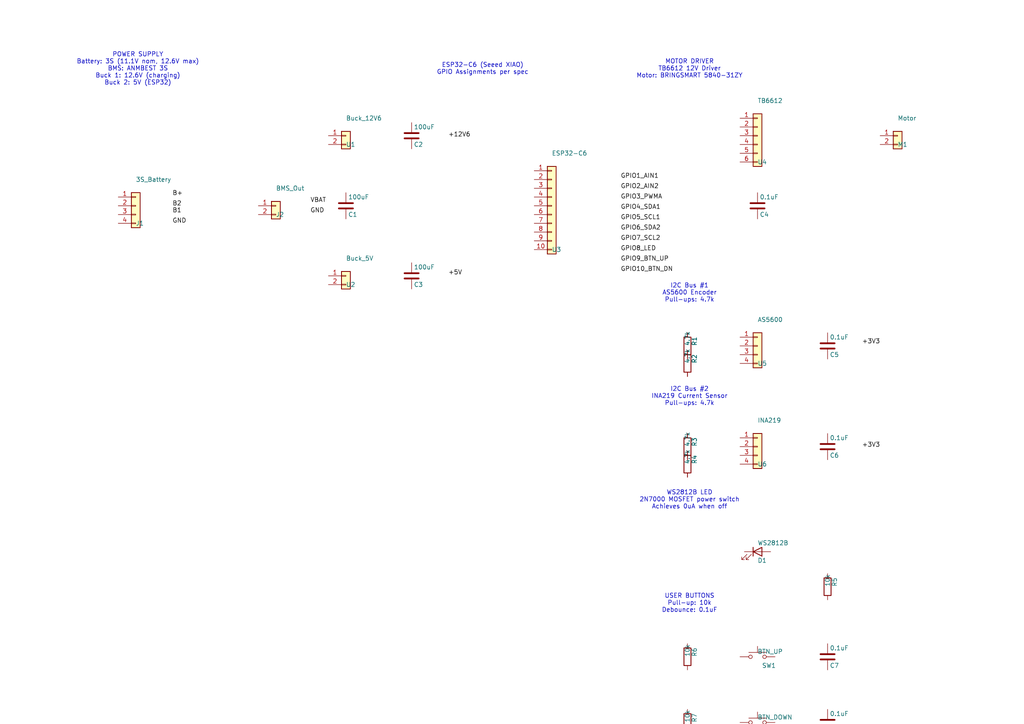
<source format=kicad_sch>
(kicad_sch (version 20250114) (generator "eeschema") (generator_version "9.0")
  (paper "A4")
  (title_block (title "motorized-blinds-complete"))
  (lib_symbols
    (symbol "Connector_Generic:Conn_01x04" (pin_names (offset 1.016) (hide yes))
      (property "Reference" "J" (at 0 5.08 0))
      (property "Value" "Conn_01x04" (at 0 -7.62 0))
      (symbol "Conn_01x04_1_1"
        (rectangle (start -1.27 3.81) (end 1.27 -6.35) (stroke (width 0.254)) (fill (type background)))
        (rectangle (start -1.27 2.667) (end 0 2.413) (stroke (width 0.1524)))
        (rectangle (start -1.27 0.127) (end 0 -0.127) (stroke (width 0.1524)))
        (rectangle (start -1.27 -2.413) (end 0 -2.667) (stroke (width 0.1524)))
        (rectangle (start -1.27 -4.953) (end 0 -5.207) (stroke (width 0.1524)))
        (pin passive line (at -5.08 2.54 0) (length 3.81) (name "Pin_1") (number "1"))
        (pin passive line (at -5.08 0 0) (length 3.81) (name "Pin_2") (number "2"))
        (pin passive line (at -5.08 -2.54 0) (length 3.81) (name "Pin_3") (number "3"))
        (pin passive line (at -5.08 -5.08 0) (length 3.81) (name "Pin_4") (number "4"))
      )
    )
    (symbol "Connector_Generic:Conn_01x02" (pin_names (offset 1.016) (hide yes))
      (property "Reference" "J" (at 0 2.54 0))
      (property "Value" "Conn_01x02" (at 0 -5.08 0))
      (symbol "Conn_01x02_1_1"
        (rectangle (start -1.27 1.27) (end 1.27 -3.81) (stroke (width 0.254)) (fill (type background)))
        (rectangle (start -1.27 0.127) (end 0 -0.127) (stroke (width 0.1524)))
        (rectangle (start -1.27 -2.413) (end 0 -2.667) (stroke (width 0.1524)))
        (pin passive line (at -5.08 0 0) (length 3.81) (name "Pin_1") (number "1"))
        (pin passive line (at -5.08 -2.54 0) (length 3.81) (name "Pin_2") (number "2"))
      )
    )
    (symbol "Device:C" (pin_numbers (hide yes)) (pin_names (offset 0.254))
      (property "Reference" "C" (at 0.635 2.54 0))
      (property "Value" "C" (at 0.635 -2.54 0))
      (symbol "C_0_1"
        (polyline (pts (xy -2.032 0.762) (xy 2.032 0.762)) (stroke (width 0.508)))
        (polyline (pts (xy -2.032 -0.762) (xy 2.032 -0.762)) (stroke (width 0.508)))
      )
      (symbol "C_1_1"
        (pin passive line (at 0 3.81 270) (length 2.794) (name "~") (number "1"))
        (pin passive line (at 0 -3.81 90) (length 2.794) (name "~") (number "2"))
      )
    )
    (symbol "Connector_Generic:Conn_01x10" (pin_names (offset 1.016) (hide yes))
      (property "Reference" "J" (at 0 12.7 0))
      (property "Value" "Conn_01x10" (at 0 -15.24 0))
      (symbol "Conn_01x10_1_1"
        (rectangle (start -1.27 11.43) (end 1.27 -13.97) (stroke (width 0.254)) (fill (type background)))
        (rectangle (start -1.27 10.287) (end 0 10.033) (stroke (width 0.1524)))
        (rectangle (start -1.27 7.747) (end 0 7.493) (stroke (width 0.1524)))
        (rectangle (start -1.27 5.207) (end 0 4.953) (stroke (width 0.1524)))
        (rectangle (start -1.27 2.667) (end 0 2.413) (stroke (width 0.1524)))
        (rectangle (start -1.27 0.127) (end 0 -0.127) (stroke (width 0.1524)))
        (rectangle (start -1.27 -2.413) (end 0 -2.667) (stroke (width 0.1524)))
        (rectangle (start -1.27 -4.953) (end 0 -5.207) (stroke (width 0.1524)))
        (rectangle (start -1.27 -7.493) (end 0 -7.747) (stroke (width 0.1524)))
        (rectangle (start -1.27 -10.033) (end 0 -10.287) (stroke (width 0.1524)))
        (rectangle (start -1.27 -12.573) (end 0 -12.827) (stroke (width 0.1524)))
        (pin passive line (at -5.08 10.16 0) (length 3.81) (name "Pin_1") (number "1"))
        (pin passive line (at -5.08 7.62 0) (length 3.81) (name "Pin_2") (number "2"))
        (pin passive line (at -5.08 5.08 0) (length 3.81) (name "Pin_3") (number "3"))
        (pin passive line (at -5.08 2.54 0) (length 3.81) (name "Pin_4") (number "4"))
        (pin passive line (at -5.08 0 0) (length 3.81) (name "Pin_5") (number "5"))
        (pin passive line (at -5.08 -2.54 0) (length 3.81) (name "Pin_6") (number "6"))
        (pin passive line (at -5.08 -5.08 0) (length 3.81) (name "Pin_7") (number "7"))
        (pin passive line (at -5.08 -7.62 0) (length 3.81) (name "Pin_8") (number "8"))
        (pin passive line (at -5.08 -10.16 0) (length 3.81) (name "Pin_9") (number "9"))
        (pin passive line (at -5.08 -12.7 0) (length 3.81) (name "Pin_10") (number "10"))
      )
    )
    (symbol "Connector_Generic:Conn_01x06" (pin_names (offset 1.016) (hide yes))
      (property "Reference" "J" (at 0 7.62 0))
      (property "Value" "Conn_01x06" (at 0 -10.16 0))
      (symbol "Conn_01x06_1_1"
        (rectangle (start -1.27 6.35) (end 1.27 -8.89) (stroke (width 0.254)) (fill (type background)))
        (rectangle (start -1.27 5.207) (end 0 4.953) (stroke (width 0.1524)))
        (rectangle (start -1.27 2.667) (end 0 2.413) (stroke (width 0.1524)))
        (rectangle (start -1.27 0.127) (end 0 -0.127) (stroke (width 0.1524)))
        (rectangle (start -1.27 -2.413) (end 0 -2.667) (stroke (width 0.1524)))
        (rectangle (start -1.27 -4.953) (end 0 -5.207) (stroke (width 0.1524)))
        (rectangle (start -1.27 -7.493) (end 0 -7.747) (stroke (width 0.1524)))
        (pin passive line (at -5.08 5.08 0) (length 3.81) (name "Pin_1") (number "1"))
        (pin passive line (at -5.08 2.54 0) (length 3.81) (name "Pin_2") (number "2"))
        (pin passive line (at -5.08 0 0) (length 3.81) (name "Pin_3") (number "3"))
        (pin passive line (at -5.08 -2.54 0) (length 3.81) (name "Pin_4") (number "4"))
        (pin passive line (at -5.08 -5.08 0) (length 3.81) (name "Pin_5") (number "5"))
        (pin passive line (at -5.08 -7.62 0) (length 3.81) (name "Pin_6") (number "6"))
      )
    )
    (symbol "Device:R" (pin_numbers (hide yes)) (pin_names (offset 0))
      (property "Reference" "R" (at 2.032 0 90))
      (property "Value" "R" (at 0 0 90))
      (symbol "R_0_1"
        (rectangle (start -1.016 -2.54) (end 1.016 2.54) (stroke (width 0.254)))
      )
      (symbol "R_1_1"
        (pin passive line (at 0 3.81 270) (length 1.27) (name "~") (number "1"))
        (pin passive line (at 0 -3.81 90) (length 1.27) (name "~") (number "2"))
      )
    )
    (symbol "Device:LED" (pin_numbers (hide yes)) (pin_names (offset 1.016) (hide yes))
      (property "Reference" "D" (at 0 2.54 0))
      (property "Value" "LED" (at 0 -2.54 0))
      (symbol "LED_0_1"
        (polyline (pts (xy -3.048 -0.762) (xy -4.572 -2.286) (xy -3.81 -2.286) (xy -4.572 -2.286) (xy -4.572 -1.524)))
        (polyline (pts (xy -1.778 -0.762) (xy -3.302 -2.286) (xy -2.54 -2.286) (xy -3.302 -2.286) (xy -3.302 -1.524)))
        (polyline (pts (xy -1.27 0) (xy 1.27 0)))
        (polyline (pts (xy -1.27 -1.27) (xy -1.27 1.27)) (stroke (width 0.254)))
        (polyline (pts (xy 1.27 -1.27) (xy 1.27 1.27) (xy -1.27 0) (xy 1.27 -1.27)) (stroke (width 0.254)))
      )
      (symbol "LED_1_1"
        (pin passive line (at -3.81 0 0) (length 2.54) (name "K") (number "1"))
        (pin passive line (at 3.81 0 180) (length 2.54) (name "A") (number "2"))
      )
    )
    (symbol "Switch:SW_Push" (pin_numbers (hide yes)) (pin_names (offset 1.016) (hide yes))
      (property "Reference" "SW" (at 1.27 2.54 0))
      (property "Value" "SW_Push" (at 0 -1.524 0))
      (symbol "SW_Push_0_1"
        (circle (center -2.032 0) (radius 0.508))
        (polyline (pts (xy 0 1.27) (xy 0 3.048)))
        (circle (center 2.032 0) (radius 0.508))
        (polyline (pts (xy 2.54 1.27) (xy -2.54 1.27)))
        (pin passive line (at -5.08 0 0) (length 2.54) (name "1") (number "1"))
        (pin passive line (at 5.08 0 180) (length 2.54) (name "2") (number "2"))
      )
    )
  )
  (symbol (lib_id "Connector_Generic:Conn_01x04") (at 39.37 59.69 0) (unit 1)
    (property "Reference" "J1" (at 39.37 64.77 0.0000) (effects (justify left)))
    (property "Value" "3S_Battery" (at 39.37 52.07 0.0000) (effects (justify left)))
  )
  (symbol (lib_id "Connector_Generic:Conn_01x02") (at 80.01 59.69 0) (unit 1)
    (property "Reference" "J2" (at 80.01 62.23 0.0000) (effects (justify left)))
    (property "Value" "BMS_Out" (at 80.01 54.61 0.0000) (effects (justify left)))
  )
  (symbol (lib_id "Device:C") (at 100.33 59.69 0) (unit 1)
    (property "Reference" "C1" (at 100.965 62.23 0.0000) (effects (justify left)))
    (property "Value" "100uF" (at 100.965 57.15 0.0000) (effects (justify left)))
  )
  (symbol (lib_id "Connector_Generic:Conn_01x02") (at 100.33 39.37 0) (unit 1)
    (property "Reference" "U1" (at 100.33 41.91 0.0000) (effects (justify left)))
    (property "Value" "Buck_12V6" (at 100.33 34.29 0.0000) (effects (justify left)))
  )
  (symbol (lib_id "Connector_Generic:Conn_01x02") (at 100.33 80.01 0) (unit 1)
    (property "Reference" "U2" (at 100.33 82.55 0.0000) (effects (justify left)))
    (property "Value" "Buck_5V" (at 100.33 74.93 0.0000) (effects (justify left)))
  )
  (symbol (lib_id "Device:C") (at 119.38 39.37 0) (unit 1)
    (property "Reference" "C2" (at 120.015 41.91 0.0000) (effects (justify left)))
    (property "Value" "100uF" (at 120.015 36.83 0.0000) (effects (justify left)))
  )
  (symbol (lib_id "Device:C") (at 119.38 80.01 0) (unit 1)
    (property "Reference" "C3" (at 120.015 82.55 0.0000) (effects (justify left)))
    (property "Value" "100uF" (at 120.015 77.47 0.0000) (effects (justify left)))
  )
  (symbol (lib_id "Connector_Generic:Conn_01x10") (at 160.02 59.69 0) (unit 1)
    (property "Reference" "U3" (at 160.02 72.39 0.0000) (effects (justify left)))
    (property "Value" "ESP32-C6" (at 160.02 44.45 0.0000) (effects (justify left)))
  )
  (symbol (lib_id "Connector_Generic:Conn_01x06") (at 219.71 39.37 0) (unit 1)
    (property "Reference" "U4" (at 219.71 46.99 0.0000) (effects (justify left)))
    (property "Value" "TB6612" (at 219.71 29.21 0.0000) (effects (justify left)))
  )
  (symbol (lib_id "Connector_Generic:Conn_01x02") (at 260.35 39.37 0) (unit 1)
    (property "Reference" "M1" (at 260.35 41.91 0.0000) (effects (justify left)))
    (property "Value" "Motor" (at 260.35 34.29 0.0000) (effects (justify left)))
  )
  (symbol (lib_id "Device:C") (at 219.71 59.69 0) (unit 1)
    (property "Reference" "C4" (at 220.345 62.23 0.0000) (effects (justify left)))
    (property "Value" "0.1uF" (at 220.345 57.15 0.0000) (effects (justify left)))
  )
  (symbol (lib_id "Connector_Generic:Conn_01x04") (at 219.71 100.33 0) (unit 1)
    (property "Reference" "U5" (at 219.71 105.41 0.0000) (effects (justify left)))
    (property "Value" "AS5600" (at 219.71 92.71 0.0000) (effects (justify left)))
  )
  (symbol (lib_id "Device:C") (at 240.03 100.33 0) (unit 1)
    (property "Reference" "C5" (at 240.665 102.87 0.0000) (effects (justify left)))
    (property "Value" "0.1uF" (at 240.665 97.79 0.0000) (effects (justify left)))
  )
  (symbol (lib_id "Device:R") (at 199.39 100.33 0) (unit 1)
    (property "Reference" "R1" (at 201.422 100.33 90) (effects (justify left)))
    (property "Value" "4.7k" (at 199.39 100.33 90) (effects (justify left)))
  )
  (symbol (lib_id "Device:R") (at 199.39 105.41 0) (unit 1)
    (property "Reference" "R2" (at 201.422 105.41 90) (effects (justify left)))
    (property "Value" "4.7k" (at 199.39 105.41 90) (effects (justify left)))
  )
  (symbol (lib_id "Connector_Generic:Conn_01x04") (at 219.71 129.54 0) (unit 1)
    (property "Reference" "U6" (at 219.71 134.62 0.0000) (effects (justify left)))
    (property "Value" "INA219" (at 219.71 121.92 0.0000) (effects (justify left)))
  )
  (symbol (lib_id "Device:C") (at 240.03 129.54 0) (unit 1)
    (property "Reference" "C6" (at 240.665 132.08 0.0000) (effects (justify left)))
    (property "Value" "0.1uF" (at 240.665 127 0.0000) (effects (justify left)))
  )
  (symbol (lib_id "Device:R") (at 199.39 129.54 0) (unit 1)
    (property "Reference" "R3" (at 201.422 129.54 90) (effects (justify left)))
    (property "Value" "4.7k" (at 199.39 129.54 90) (effects (justify left)))
  )
  (symbol (lib_id "Device:R") (at 199.39 134.62 0) (unit 1)
    (property "Reference" "R4" (at 201.422 134.62 90) (effects (justify left)))
    (property "Value" "4.7k" (at 199.39 134.62 90) (effects (justify left)))
  )
  (symbol (lib_id "Device:LED") (at 219.71 160.02 0) (unit 1)
    (property "Reference" "D1" (at 219.71 162.56 0.0000) (effects (justify left)))
    (property "Value" "WS2812B" (at 219.71 157.48 0.0000) (effects (justify left)))
  )
  (symbol (lib_id "Device:R") (at 240.03 170.18 0) (unit 1)
    (property "Reference" "R5" (at 242.062 170.18 90) (effects (justify left)))
    (property "Value" "10k" (at 240.03 170.18 90) (effects (justify left)))
  )
  (symbol (lib_id "Switch:SW_Push") (at 219.71 190.5 0) (unit 1)
    (property "Reference" "SW1" (at 220.98 193.04 0.0000) (effects (justify left)))
    (property "Value" "BTN_UP" (at 219.71 188.976 0.0000) (effects (justify left)))
  )
  (symbol (lib_id "Switch:SW_Push") (at 219.71 209.55 0) (unit 1)
    (property "Reference" "SW2" (at 220.98 212.09 0.0000) (effects (justify left)))
    (property "Value" "BTN_DOWN" (at 219.71 208.026 0.0000) (effects (justify left)))
  )
  (symbol (lib_id "Device:R") (at 199.39 190.5 0) (unit 1)
    (property "Reference" "R6" (at 201.422 190.5 90) (effects (justify left)))
    (property "Value" "10k" (at 199.39 190.5 90) (effects (justify left)))
  )
  (symbol (lib_id "Device:R") (at 199.39 209.55 0) (unit 1)
    (property "Reference" "R7" (at 201.422 209.55 90) (effects (justify left)))
    (property "Value" "10k" (at 199.39 209.55 90) (effects (justify left)))
  )
  (symbol (lib_id "Device:C") (at 240.03 190.5 0) (unit 1)
    (property "Reference" "C7" (at 240.665 193.04 0.0000) (effects (justify left)))
    (property "Value" "0.1uF" (at 240.665 187.96 0.0000) (effects (justify left)))
  )
  (symbol (lib_id "Device:C") (at 240.03 209.55 0) (unit 1)
    (property "Reference" "C8" (at 240.665 212.09 0.0000) (effects (justify left)))
    (property "Value" "0.1uF" (at 240.665 207.01 0.0000) (effects (justify left)))
  )
  (label "B+" (at 50 57 0.0000))
  (label "B2" (at 50 60 0.0000))
  (label "B1" (at 50 62 0.0000))
  (label "GND" (at 50 65 0.0000))
  (label "VBAT" (at 90 59 0.0000))
  (label "GND" (at 90 62 0.0000))
  (label "+12V6" (at 130 40 0.0000))
  (label "+5V" (at 130 80 0.0000))
  (label "GPIO1_AIN1" (at 180 52 0.0000))
  (label "GPIO2_AIN2" (at 180 55 0.0000))
  (label "GPIO3_PWMA" (at 180 58 0.0000))
  (label "GPIO4_SDA1" (at 180 61 0.0000))
  (label "GPIO5_SCL1" (at 180 64 0.0000))
  (label "GPIO6_SDA2" (at 180 67 0.0000))
  (label "GPIO7_SCL2" (at 180 70 0.0000))
  (label "GPIO8_LED" (at 180 73 0.0000))
  (label "GPIO9_BTN_UP" (at 180 76 0.0000))
  (label "GPIO10_BTN_DN" (at 180 79 0.0000))
  (label "+3V3" (at 250 100 0.0000))
  (label "+3V3" (at 250 130 0.0000))
  (text "POWER SUPPLY\nBattery: 3S (11.1V nom, 12.6V max)\nBMS: ANMBEST 3S\nBuck 1: 12.6V (charging)\nBuck 2: 5V (ESP32)" (at 40 20 0.0000) (effects (font (size 1.27 1.27))))
  (text "ESP32-C6 (Seeed XIAO)\nGPIO Assignments per spec" (at 140 20 0.0000) (effects (font (size 1.27 1.27))))
  (text "MOTOR DRIVER\nTB6612 12V Driver\nMotor: BRINGSMART 5840-31ZY" (at 200 20 0.0000) (effects (font (size 1.27 1.27))))
  (text "I2C Bus #1\nAS5600 Encoder\nPull-ups: 4.7k" (at 200 85 0.0000) (effects (font (size 1.27 1.27))))
  (text "I2C Bus #2\nINA219 Current Sensor\nPull-ups: 4.7k" (at 200 115 0.0000) (effects (font (size 1.27 1.27))))
  (text "WS2812B LED\n2N7000 MOSFET power switch\nAchieves 0uA when off" (at 200 145 0.0000) (effects (font (size 1.27 1.27))))
  (text "USER BUTTONS\nPull-up: 10k\nDebounce: 0.1uF" (at 200 175 0.0000) (effects (font (size 1.27 1.27))))
)
</source>
